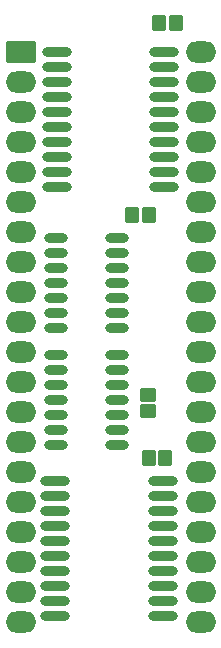
<source format=gts>
G04 Layer: TopSolderMaskLayer*
G04 EasyEDA v6.5.22, 2023-01-18 22:18:13*
G04 66d29df89567445d99ed279259f9073e,7be1179030e74d40a97a3c751b95adb4,10*
G04 Gerber Generator version 0.2*
G04 Scale: 100 percent, Rotated: No, Reflected: No *
G04 Dimensions in millimeters *
G04 leading zeros omitted , absolute positions ,4 integer and 5 decimal *
%FSLAX45Y45*%
%MOMM*%

%AMMACRO1*1,1,$1,$2,$3*1,1,$1,$4,$5*1,1,$1,0-$2,0-$3*1,1,$1,0-$4,0-$5*20,1,$1,$2,$3,$4,$5,0*20,1,$1,$4,$5,0-$2,0-$3,0*20,1,$1,0-$2,0-$3,0-$4,0-$5,0*20,1,$1,0-$4,0-$5,$2,$3,0*4,1,4,$2,$3,$4,$5,0-$2,0-$3,0-$4,0-$5,$2,$3,0*%
%ADD10MACRO1,0.2032X-1.1989X0.8001X1.1989X0.8001*%
%ADD11O,2.6031952X1.8031968*%
%ADD12O,2.5031954X0.8031988000000001*%
%ADD13O,2.0031963999999998X0.8031988000000001*%
%ADD14MACRO1,0.2032X-0.5X0.55X0.5X0.55*%
%ADD15MACRO1,0.2032X0.5X-0.55X-0.5X-0.55*%
%ADD16MACRO1,0.2032X-0.55X-0.5X-0.55X0.5*%

%LPD*%
D10*
G01*
X2171700Y-1790700D03*
D11*
G01*
X3695700Y-6616700D03*
G01*
X2171700Y-2044700D03*
G01*
X3695700Y-6362700D03*
G01*
X2171700Y-2298700D03*
G01*
X3695700Y-6108700D03*
G01*
X2171700Y-2552700D03*
G01*
X3695700Y-5854700D03*
G01*
X2171700Y-2806700D03*
G01*
X3695700Y-5600700D03*
G01*
X2171700Y-3060700D03*
G01*
X3695700Y-5346700D03*
G01*
X2171700Y-3314700D03*
G01*
X3695700Y-5092700D03*
G01*
X2171700Y-3568700D03*
G01*
X3695700Y-4838700D03*
G01*
X2171700Y-3822700D03*
G01*
X3695700Y-4584700D03*
G01*
X2171700Y-4076700D03*
G01*
X3695700Y-4330700D03*
G01*
X2171700Y-4330700D03*
G01*
X3695700Y-4076700D03*
G01*
X2171700Y-4584700D03*
G01*
X3695700Y-3822700D03*
G01*
X2171700Y-4838700D03*
G01*
X3695700Y-3568700D03*
G01*
X2171700Y-5092700D03*
G01*
X3695700Y-3314700D03*
G01*
X2171700Y-5346700D03*
G01*
X3695700Y-3060700D03*
G01*
X2171700Y-5600700D03*
G01*
X3695700Y-2806700D03*
G01*
X2171700Y-5854700D03*
G01*
X3695700Y-2552700D03*
G01*
X2171700Y-6108700D03*
G01*
X3695700Y-2298700D03*
G01*
X2171700Y-6362700D03*
G01*
X3695700Y-2044700D03*
G01*
X2171700Y-6616700D03*
G01*
X3695700Y-1790700D03*
D12*
G01*
X3388690Y-2933700D03*
G01*
X3388690Y-2806700D03*
G01*
X3388690Y-2679700D03*
G01*
X3388690Y-2552700D03*
G01*
X3388690Y-2425700D03*
G01*
X3388690Y-2298700D03*
G01*
X3388690Y-2171700D03*
G01*
X3388690Y-2044700D03*
G01*
X3388690Y-1917700D03*
G01*
X3388690Y-1790700D03*
G01*
X2478709Y-2933700D03*
G01*
X2478709Y-2806700D03*
G01*
X2478709Y-2679700D03*
G01*
X2478709Y-2552700D03*
G01*
X2478709Y-2425700D03*
G01*
X2478709Y-2298700D03*
G01*
X2478709Y-2171700D03*
G01*
X2478709Y-2044700D03*
G01*
X2478709Y-1917700D03*
G01*
X2478709Y-1790700D03*
G01*
X3375990Y-6565900D03*
G01*
X3375990Y-6438900D03*
G01*
X3375990Y-6311900D03*
G01*
X3375990Y-6184900D03*
G01*
X3375990Y-6057900D03*
G01*
X3375990Y-5930900D03*
G01*
X3375990Y-5803900D03*
G01*
X3375990Y-5676900D03*
G01*
X3375990Y-5549900D03*
G01*
X3375990Y-5422900D03*
G01*
X2466009Y-6565900D03*
G01*
X2466009Y-6438900D03*
G01*
X2466009Y-6311900D03*
G01*
X2466009Y-6184900D03*
G01*
X2466009Y-6057900D03*
G01*
X2466009Y-5930900D03*
G01*
X2466009Y-5803900D03*
G01*
X2466009Y-5676900D03*
G01*
X2466009Y-5549900D03*
G01*
X2466009Y-5422900D03*
D13*
G01*
X2470505Y-4356100D03*
G01*
X2470505Y-4483100D03*
G01*
X2470505Y-4610100D03*
G01*
X2470505Y-4737100D03*
G01*
X2470505Y-4864100D03*
G01*
X2470505Y-4991100D03*
G01*
X2470505Y-5118100D03*
G01*
X2990494Y-4356100D03*
G01*
X2990494Y-4483100D03*
G01*
X2990494Y-4610100D03*
G01*
X2990494Y-4737100D03*
G01*
X2990494Y-4864100D03*
G01*
X2990494Y-4991100D03*
G01*
X2990494Y-5118100D03*
G01*
X2470505Y-3365500D03*
G01*
X2470505Y-3492500D03*
G01*
X2470505Y-3619500D03*
G01*
X2470505Y-3746500D03*
G01*
X2470505Y-3873500D03*
G01*
X2470505Y-4000500D03*
G01*
X2470505Y-4127500D03*
G01*
X2990494Y-3365500D03*
G01*
X2990494Y-3492500D03*
G01*
X2990494Y-3619500D03*
G01*
X2990494Y-3746500D03*
G01*
X2990494Y-3873500D03*
G01*
X2990494Y-4000500D03*
G01*
X2990494Y-4127500D03*
D14*
G01*
X3257389Y-5232401D03*
G01*
X3397389Y-5232401D03*
D15*
G01*
X3486310Y-1549398D03*
G01*
X3346310Y-1549398D03*
D14*
G01*
X3117689Y-3175001D03*
G01*
X3257689Y-3175001D03*
D16*
G01*
X3251201Y-4832510D03*
G01*
X3251201Y-4692510D03*
M02*

</source>
